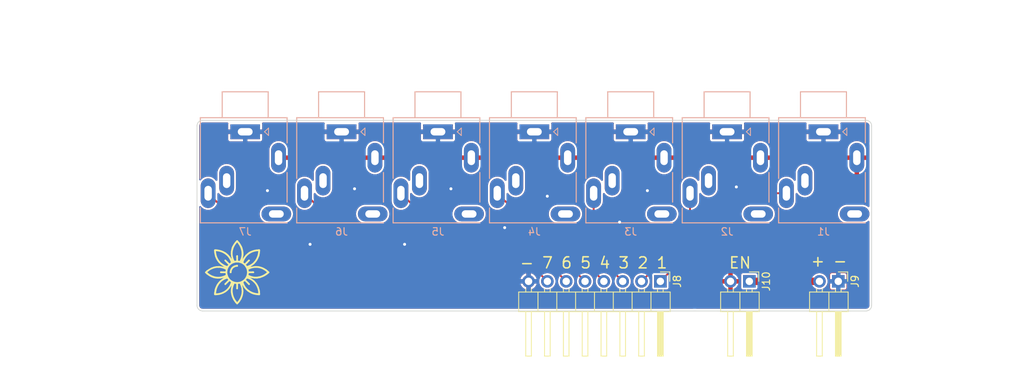
<source format=kicad_pcb>
(kicad_pcb (version 20171130) (host pcbnew 5.1.9+dfsg1-1)
  (title_block (title "Hygrometer Connector Board") (date 2021-03-30) (rev 1.0))
  (layers (0 F.Cu signal) (31 B.Cu signal) (34 B.Paste user) (35 F.Paste user) (36 B.SilkS user) (37 F.SilkS user) (38 B.Mask user) (39 F.Mask user) (44 Edge.Cuts user))
  (net 0 "")
  (net 1 GND)
  (net 2 /CH1)
  (net 3 /CH2)
  (net 4 /CH3)
  (net 5 /CH4)
  (net 6 /CH5)
  (net 7 /CH6)
  (net 8 /CH7)
  (net 9 VCC)
  (net 10 "Net-(J10-Pad1)")
  (module hygrometer_connector_board:flower (layer F.Cu) (at 106 120.5)
    (fp_text reference REF** hide)
    (fp_text value flower)
  )
  (module Connector_PinHeader_2.54mm:PinHeader_1x02_P2.54mm_Horizontal (layer F.Cu) (at 175 122 270)
    (fp_text reference J10 (at 0 -2.27 90) (layer F.SilkS))
    (fp_text value POWER_EN)
    (pad 2 thru_hole oval (at 0 2.54 270) (size 1.7 1.7) (drill 1) (layers *.Cu *.Mask) (net 9 VCC))
    (pad 1 thru_hole rect (at 0 0 270) (size 1.7 1.7) (drill 1) (layers *.Cu *.Mask) (net 10 "Net-(J10-Pad1)"))
  )
  (module Connector_PinHeader_2.54mm:PinHeader_1x02_P2.54mm_Horizontal (layer F.Cu) (at 187 122 270)
    (fp_text reference J9 (at 0 -2.25 90) (layer F.SilkS))
    (fp_text value POWER_IN)
    (pad 2 thru_hole oval (at 0 2.54 270) (size 1.7 1.7) (drill 1) (layers *.Cu *.Mask) (net 10 "Net-(J10-Pad1)"))
    (pad 1 thru_hole rect (at 0 0 270) (size 1.7 1.7) (drill 1) (layers *.Cu *.Mask) (net 1 GND))
  )
  (module Connector_PinHeader_2.54mm:PinHeader_1x08_P2.54mm_Horizontal (layer F.Cu) (at 163 122 270)
    (fp_text reference J8 (at 0 -2.27 90) (layer F.SilkS))
    (fp_text value ANALOG_OUT)
    (pad 8 thru_hole oval (at 0 17.78 270) (size 1.7 1.7) (drill 1) (layers *.Cu *.Mask) (net 1 GND))
    (pad 7 thru_hole oval (at 0 15.24 270) (size 1.7 1.7) (drill 1) (layers *.Cu *.Mask) (net 8 /CH7))
    (pad 6 thru_hole oval (at 0 12.7 270) (size 1.7 1.7) (drill 1) (layers *.Cu *.Mask) (net 7 /CH6))
    (pad 5 thru_hole oval (at 0 10.16 270) (size 1.7 1.7) (drill 1) (layers *.Cu *.Mask) (net 6 /CH5))
    (pad 4 thru_hole oval (at 0 7.62 270) (size 1.7 1.7) (drill 1) (layers *.Cu *.Mask) (net 5 /CH4))
    (pad 3 thru_hole oval (at 0 5.08 270) (size 1.7 1.7) (drill 1) (layers *.Cu *.Mask) (net 4 /CH3))
    (pad 2 thru_hole oval (at 0 2.54 270) (size 1.7 1.7) (drill 1) (layers *.Cu *.Mask) (net 3 /CH2))
    (pad 1 thru_hole rect (at 0 0 270) (size 1.7 1.7) (drill 1) (layers *.Cu *.Mask) (net 2 /CH1))
  )
  (module hygrometer_connector_board:Jack_3.5mm_CUI_SJ1-3515 (layer B.Cu) (at 107 101.8 270)
    (fp_text reference J7 (at 13.5 0) (layer B.SilkS) (effects (justify mirror)))
    (fp_text value SJ1-3515)
    (pad T thru_hole oval (at 3.5 -4.5 270) (size 4 2) (drill oval 2 1) (layers *.Cu *.Mask) (net 9 VCC))
    (pad TN thru_hole oval (at 11.1 -4.2 180) (size 4 2) (drill oval 2 1) (layers *.Cu *.Mask))
    (pad RN thru_hole oval (at 6.6 2.5 270) (size 4 2) (drill oval 2 1) (layers *.Cu *.Mask))
    (pad R thru_hole oval (at 8.3 5 270) (size 4 2) (drill oval 2 1) (layers *.Cu *.Mask) (net 8 /CH7))
    (pad S thru_hole rect (at 0 0 270) (size 2 4) (drill oval 1 2) (layers *.Cu *.Mask) (net 1 GND))
  )
  (module hygrometer_connector_board:Jack_3.5mm_CUI_SJ1-3515 (layer B.Cu) (at 120 101.8 270)
    (fp_text reference J6 (at 13.5 0) (layer B.SilkS) (effects (justify mirror)))
    (fp_text value SJ1-3515)
    (pad T thru_hole oval (at 3.5 -4.5 270) (size 4 2) (drill oval 2 1) (layers *.Cu *.Mask) (net 9 VCC))
    (pad TN thru_hole oval (at 11.1 -4.2 180) (size 4 2) (drill oval 2 1) (layers *.Cu *.Mask))
    (pad RN thru_hole oval (at 6.6 2.5 270) (size 4 2) (drill oval 2 1) (layers *.Cu *.Mask))
    (pad R thru_hole oval (at 8.3 5 270) (size 4 2) (drill oval 2 1) (layers *.Cu *.Mask) (net 7 /CH6))
    (pad S thru_hole rect (at 0 0 270) (size 2 4) (drill oval 1 2) (layers *.Cu *.Mask) (net 1 GND))
  )
  (module hygrometer_connector_board:Jack_3.5mm_CUI_SJ1-3515 (layer B.Cu) (at 133 101.8 270)
    (fp_text reference J5 (at 13.5 0) (layer B.SilkS) (effects (justify mirror)))
    (fp_text value SJ1-3515)
    (pad T thru_hole oval (at 3.5 -4.5 270) (size 4 2) (drill oval 2 1) (layers *.Cu *.Mask) (net 9 VCC))
    (pad TN thru_hole oval (at 11.1 -4.2 180) (size 4 2) (drill oval 2 1) (layers *.Cu *.Mask))
    (pad RN thru_hole oval (at 6.6 2.5 270) (size 4 2) (drill oval 2 1) (layers *.Cu *.Mask))
    (pad R thru_hole oval (at 8.3 5 270) (size 4 2) (drill oval 2 1) (layers *.Cu *.Mask) (net 6 /CH5))
    (pad S thru_hole rect (at 0 0 270) (size 2 4) (drill oval 1 2) (layers *.Cu *.Mask) (net 1 GND))
  )
  (module hygrometer_connector_board:Jack_3.5mm_CUI_SJ1-3515 (layer B.Cu) (at 146 101.8 270)
    (fp_text reference J4 (at 13.5 0) (layer B.SilkS) (effects (justify mirror)))
    (fp_text value SJ1-3515)
    (pad T thru_hole oval (at 3.5 -4.5 270) (size 4 2) (drill oval 2 1) (layers *.Cu *.Mask) (net 9 VCC))
    (pad TN thru_hole oval (at 11.1 -4.2 180) (size 4 2) (drill oval 2 1) (layers *.Cu *.Mask))
    (pad RN thru_hole oval (at 6.6 2.5 270) (size 4 2) (drill oval 2 1) (layers *.Cu *.Mask))
    (pad R thru_hole oval (at 8.3 5 270) (size 4 2) (drill oval 2 1) (layers *.Cu *.Mask) (net 5 /CH4))
    (pad S thru_hole rect (at 0 0 270) (size 2 4) (drill oval 1 2) (layers *.Cu *.Mask) (net 1 GND))
  )
  (module hygrometer_connector_board:Jack_3.5mm_CUI_SJ1-3515 (layer B.Cu) (at 159 101.8 270)
    (fp_text reference J3 (at 13.5 0) (layer B.SilkS) (effects (justify mirror)))
    (fp_text value SJ1-3515)
    (pad T thru_hole oval (at 3.5 -4.5 270) (size 4 2) (drill oval 2 1) (layers *.Cu *.Mask) (net 9 VCC))
    (pad TN thru_hole oval (at 11.1 -4.2 180) (size 4 2) (drill oval 2 1) (layers *.Cu *.Mask))
    (pad RN thru_hole oval (at 6.6 2.5 270) (size 4 2) (drill oval 2 1) (layers *.Cu *.Mask))
    (pad R thru_hole oval (at 8.3 5 270) (size 4 2) (drill oval 2 1) (layers *.Cu *.Mask) (net 4 /CH3))
    (pad S thru_hole rect (at 0 0 270) (size 2 4) (drill oval 1 2) (layers *.Cu *.Mask) (net 1 GND))
  )
  (module hygrometer_connector_board:Jack_3.5mm_CUI_SJ1-3515 (layer B.Cu) (at 172 101.8 270)
    (fp_text reference J2 (at 13.5 0) (layer B.SilkS) (effects (justify mirror)))
    (fp_text value SJ1-3515)
    (pad T thru_hole oval (at 3.5 -4.5 270) (size 4 2) (drill oval 2 1) (layers *.Cu *.Mask) (net 9 VCC))
    (pad TN thru_hole oval (at 11.1 -4.2 180) (size 4 2) (drill oval 2 1) (layers *.Cu *.Mask))
    (pad RN thru_hole oval (at 6.6 2.5 270) (size 4 2) (drill oval 2 1) (layers *.Cu *.Mask))
    (pad R thru_hole oval (at 8.3 5 270) (size 4 2) (drill oval 2 1) (layers *.Cu *.Mask) (net 3 /CH2))
    (pad S thru_hole rect (at 0 0 270) (size 2 4) (drill oval 1 2) (layers *.Cu *.Mask) (net 1 GND))
  )
  (module hygrometer_connector_board:Jack_3.5mm_CUI_SJ1-3515 (layer B.Cu) (at 185 101.8 270)
    (fp_text reference J1 (at 13.5 0) (layer B.SilkS) (effects (justify mirror)))
    (fp_text value SJ1-3515)
    (pad T thru_hole oval (at 3.5 -4.5 270) (size 4 2) (drill oval 2 1) (layers *.Cu *.Mask) (net 9 VCC))
    (pad TN thru_hole oval (at 11.1 -4.2 180) (size 4 2) (drill oval 2 1) (layers *.Cu *.Mask))
    (pad RN thru_hole oval (at 6.6 2.5 270) (size 4 2) (drill oval 2 1) (layers *.Cu *.Mask))
    (pad R thru_hole oval (at 8.3 5 270) (size 4 2) (drill oval 2 1) (layers *.Cu *.Mask) (net 2 /CH1))
    (pad S thru_hole rect (at 0 0 270) (size 2 4) (drill oval 1 2) (layers *.Cu *.Mask) (net 1 GND))
  )
  (gr_text "- 7 6 5 4 3 2 1" (at 154 119.5) (layer F.SilkS) (effects (font (size 1.5 1.5) (thickness 0.2))))
  (gr_text EN (at 173.75 119.5) (layer F.SilkS) (effects (font (size 1.5 1.5) (thickness 0.2))))
  (gr_text "+ -" (at 185.75 119.25) (layer F.SilkS) (effects (font (size 1.5 1.5) (thickness 0.2))))
  (gr_arc (start 101.25 125.25) (end 100.5 125.25) (angle -90) (layer Edge.Cuts) (width 0.1))
  (gr_arc (start 190.75 125.25) (end 190.75 126) (angle -90) (layer Edge.Cuts) (width 0.1))
  (gr_arc (start 190.75 101) (end 191.5 101) (angle -90) (layer Edge.Cuts) (width 0.1))
  (gr_arc (start 101.25 101) (end 101.25 100.25) (angle -90) (layer Edge.Cuts) (width 0.1))
  (gr_line (start 191.5 101) (end 191.5 125.25) (layer Edge.Cuts) (width 0.1))
  (gr_line (start 101.25 100.25) (end 190.75 100.25) (layer Edge.Cuts) (width 0.1))
  (gr_line (start 100.5 125.25) (end 100.5 101) (layer Edge.Cuts) (width 0.1))
  (gr_line (start 190.75 126) (end 101.25 126) (layer Edge.Cuts) (width 0.1))
  (via (at 173.25 109.25) (size 0.8) (drill 0.4) (layers F.Cu B.Cu) (net 1))
  (via (at 134.75 109.5) (size 0.8) (drill 0.4) (layers F.Cu B.Cu) (net 1))
  (via (at 121.75 109.5) (size 0.8) (drill 0.4) (layers F.Cu B.Cu) (net 1))
  (via (at 110 109.75) (size 0.8) (drill 0.4) (layers F.Cu B.Cu) (net 1))
  (via (at 115.75 117) (size 0.8) (drill 0.4) (layers F.Cu B.Cu) (net 1))
  (via (at 128.5 117) (size 0.8) (drill 0.4) (layers F.Cu B.Cu) (net 1))
  (via (at 142 114.75) (size 0.8) (drill 0.4) (layers F.Cu B.Cu) (net 1))
  (via (at 147.75 110.5) (size 0.8) (drill 0.4) (layers F.Cu B.Cu) (net 1))
  (via (at 157.5 114) (size 0.8) (drill 0.4) (layers F.Cu B.Cu) (net 1))
  (via (at 161.25 109.75) (size 0.8) (drill 0.4) (layers F.Cu B.Cu) (net 1))
  (segment (start 174.9 110.1) (end 163 122) (width 0.25) (layer F.Cu) (net 2))
  (segment (start 180 110.1) (end 174.9 110.1) (width 0.25) (layer F.Cu) (net 2))
  (segment (start 167 115.46) (end 160.46 122) (width 0.25) (layer F.Cu) (net 3))
  (segment (start 167 110.1) (end 167 115.46) (width 0.25) (layer F.Cu) (net 3))
  (segment (start 154 118.08) (end 154 110.1) (width 0.25) (layer F.Cu) (net 4))
  (segment (start 157.92 122) (end 154 118.08) (width 0.25) (layer F.Cu) (net 4))
  (segment (start 155.38 122) (end 150.78 117.4) (width 0.25) (layer F.Cu) (net 5))
  (segment (start 148.3 117.4) (end 141 110.1) (width 0.25) (layer F.Cu) (net 5))
  (segment (start 150.78 117.4) (end 148.3 117.4) (width 0.25) (layer F.Cu) (net 5))
  (segment (start 128 110.1) (end 136.1 118.2) (width 0.25) (layer F.Cu) (net 6))
  (segment (start 149.04 118.2) (end 152.84 122) (width 0.25) (layer F.Cu) (net 6))
  (segment (start 136.1 118.2) (end 149.04 118.2) (width 0.25) (layer F.Cu) (net 6))
  (segment (start 115 110.1) (end 123.9 119) (width 0.25) (layer F.Cu) (net 7))
  (segment (start 147.3 119) (end 150.3 122) (width 0.25) (layer F.Cu) (net 7))
  (segment (start 123.9 119) (end 147.3 119) (width 0.25) (layer F.Cu) (net 7))
  (segment (start 147.76 122) (end 145.56 119.8) (width 0.25) (layer F.Cu) (net 8))
  (segment (start 111.7 119.8) (end 102 110.1) (width 0.25) (layer F.Cu) (net 8))
  (segment (start 145.56 119.8) (end 111.7 119.8) (width 0.25) (layer F.Cu) (net 8))
  (segment (start 184.46 122) (end 175 122) (width 1) (layer F.Cu) (net 10))
  (zone (net 1) (net_name GND) (layer B.Cu) (connect_pads (clearance 0.25)) (min_thickness 0.25) (fill yes (arc_segments 32) (thermal_gap 0.3) (thermal_bridge_width 0.6))
    (polygon (pts (xy 202 130) (xy 90 130) (xy 90 99) (xy 202 99)))
  )
  (zone (net 1) (net_name GND) (layer F.Cu) (priority 1) (connect_pads (clearance 0.25)) (min_thickness 0.25) (fill yes (arc_segments 32) (thermal_gap 0.3) (thermal_bridge_width 0.6))
    (polygon (pts (xy 182.5 116) (xy 171.25 116) (xy 167.5 119.75) (xy 167.5 132) (xy 92 132) (xy 92 99) (xy 197 99) (xy 197 103.25) (xy 111 103.25) (xy 110.5 103.75) (xy 110.5 106.75) (xy 111 107.25) (xy 182.5 107.25)))
  )
  (zone (net 9) (net_name VCC) (layer F.Cu) (connect_pads (clearance 0.25)) (min_thickness 0.25) (fill yes (arc_segments 32) (thermal_gap 0.3) (thermal_bridge_width 0.6))
    (polygon (pts (xy 193.25 132) (xy 167.5 132) (xy 167.5 119.75) (xy 171.25 116) (xy 182.5 116) (xy 182.5 107.25) (xy 111 107.25) (xy 111 103.25) (xy 193.25 103.25)))
  )
)
</source>
